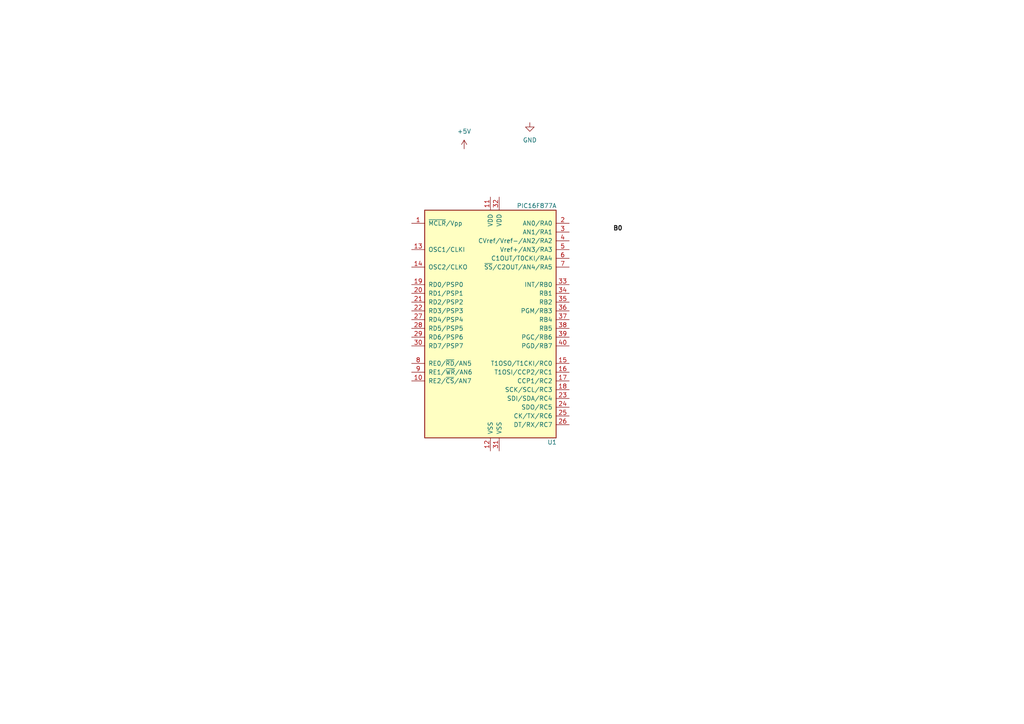
<source format=kicad_sch>
(kicad_sch (version 20230121) (generator eeschema)
  (paper "A4")
  (lib_symbols
    (symbol "MCU_Microchip_PIC16:PIC16F877A-IP" (pin_names (offset 1.016))
      (property "Reference" "U" (at 5.08 35.56 0))
      (property "Value" "PIC16F877A-IP" (at 5.08 33.02 0))
      (symbol "PIC16F877A-IP_0_1"
        (rectangle (start -19.05 31.75) (end 19.05 -34.29) (stroke (width 0.254)) (fill (type background)))
      )
      (symbol "PIC16F877A-IP_1_1"
        (pin input line (at -22.86 27.94 0) (length 3.81) (name "~{MCLR}/Vpp") (number "1"))
        (pin bidirectional line (at -22.86 -17.78 0) (length 3.81) (name "RE2/~{CS}/AN7") (number "10"))
        (pin power_in line (at 0 35.56 270) (length 3.81) (name "VDD") (number "11"))
        (pin power_in line (at 0 -38.1 90) (length 3.81) (name "VSS") (number "12"))
        (pin input line (at -22.86 20.32 0) (length 3.81) (name "OSC1/CLKI") (number "13"))
        (pin output line (at -22.86 15.24 0) (length 3.81) (name "OSC2/CLKO") (number "14"))
        (pin bidirectional line (at 22.86 -12.7 180) (length 3.81) (name "T1OSO/T1CKI/RC0") (number "15"))
        (pin bidirectional line (at 22.86 -15.24 180) (length 3.81) (name "T1OSI/CCP2/RC1") (number "16"))
        (pin bidirectional line (at 22.86 -17.78 180) (length 3.81) (name "CCP1/RC2") (number "17"))
        (pin bidirectional line (at 22.86 -20.32 180) (length 3.81) (name "SCK/SCL/RC3") (number "18"))
        (pin bidirectional line (at -22.86 10.16 0) (length 3.81) (name "RD0/PSP0") (number "19"))
        (pin bidirectional line (at 22.86 27.94 180) (length 3.81) (name "AN0/RA0") (number "2"))
        (pin bidirectional line (at -22.86 7.62 0) (length 3.81) (name "RD1/PSP1") (number "20"))
        (pin bidirectional line (at -22.86 5.08 0) (length 3.81) (name "RD2/PSP2") (number "21"))
        (pin bidirectional line (at -22.86 2.54 0) (length 3.81) (name "RD3/PSP3") (number "22"))
        (pin bidirectional line (at 22.86 -22.86 180) (length 3.81) (name "SDI/SDA/RC4") (number "23"))
        (pin bidirectional line (at 22.86 -25.4 180) (length 3.81) (name "SDO/RC5") (number "24"))
        (pin bidirectional line (at 22.86 -27.94 180) (length 3.81) (name "CK/TX/RC6") (number "25"))
        (pin bidirectional line (at 22.86 -30.48 180) (length 3.81) (name "DT/RX/RC7") (number "26"))
        (pin bidirectional line (at -22.86 0 0) (length 3.81) (name "RD4/PSP4") (number "27"))
        (pin bidirectional line (at -22.86 -2.54 0) (length 3.81) (name "RD5/PSP5") (number "28"))
        (pin bidirectional line (at -22.86 -5.08 0) (length 3.81) (name "RD6/PSP6") (number "29"))
        (pin bidirectional line (at 22.86 25.4 180) (length 3.81) (name "AN1/RA1") (number "3"))
        (pin bidirectional line (at -22.86 -7.62 0) (length 3.81) (name "RD7/PSP7") (number "30"))
        (pin power_in line (at 2.54 -38.1 90) (length 3.81) (name "VSS") (number "31"))
        (pin power_in line (at 2.54 35.56 270) (length 3.81) (name "VDD") (number "32"))
        (pin bidirectional line (at 22.86 10.16 180) (length 3.81) (name "INT/RB0") (number "33"))
        (pin bidirectional line (at 22.86 7.62 180) (length 3.81) (name "RB1") (number "34"))
        (pin bidirectional line (at 22.86 5.08 180) (length 3.81) (name "RB2") (number "35"))
        (pin bidirectional line (at 22.86 2.54 180) (length 3.81) (name "PGM/RB3") (number "36"))
        (pin bidirectional line (at 22.86 0 180) (length 3.81) (name "RB4") (number "37"))
        (pin bidirectional line (at 22.86 -2.54 180) (length 3.81) (name "RB5") (number "38"))
        (pin bidirectional line (at 22.86 -5.08 180) (length 3.81) (name "PGC/RB6") (number "39"))
        (pin bidirectional line (at 22.86 22.86 180) (length 3.81) (name "CVref/Vref-/AN2/RA2") (number "4"))
        (pin bidirectional line (at 22.86 -7.62 180) (length 3.81) (name "PGD/RB7") (number "40"))
        (pin bidirectional line (at 22.86 20.32 180) (length 3.81) (name "Vref+/AN3/RA3") (number "5"))
        (pin bidirectional line (at 22.86 17.78 180) (length 3.81) (name "C1OUT/T0CKI/RA4") (number "6"))
        (pin bidirectional line (at 22.86 15.24 180) (length 3.81) (name "~{SS}/C2OUT/AN4/RA5") (number "7"))
        (pin bidirectional line (at -22.86 -12.7 0) (length 3.81) (name "RE0/~{RD}/AN5") (number "8"))
        (pin bidirectional line (at -22.86 -15.24 0) (length 3.81) (name "RE1/~{WR}/AN6") (number "9"))
      )
    )
    (symbol "power:+5V" (power) (pin_names (offset 0))
      (property "Value" "+5V" (at 0 3.556 0))
      (symbol "+5V_0_1"
        (polyline (pts (xy -0.762 1.27) (xy 0 2.54)))
        (polyline (pts (xy 0 0) (xy 0 2.54)))
        (polyline (pts (xy 0 2.54) (xy 0.762 1.27)))
      )
      (symbol "+5V_1_1"
        (pin power_in line (at 0 0 90) (length 0) hide (name "+5V") (number "1"))
      )
    )
    (symbol "power:GND" (power) (pin_names (offset 0))
      (property "Value" "GND" (at 0 -3.81 0))
      (symbol "GND_0_1"
        (polyline (pts (xy 0 0) (xy 0 -1.27) (xy 1.27 -1.27) (xy 0 -2.54) (xy -1.27 -1.27) (xy 0 -1.27)))
      )
      (symbol "GND_1_1"
        (pin power_in line (at 0 0 270) (length 0) hide (name "GND") (number "1"))
      )
    )
  )
  (label "B0" (at 177.8 67.31 0) (effects (font (thickness 0.254) bold)))
  (symbol (lib_id "power:+5V") (at 134.62 43.18 0) (unit 1)
    (property "Reference" "#PWR01" (effects hide))
    (property "Value" "+5V" (at 134.62 38.1 0))
  )
  (symbol (lib_id "MCU_Microchip_PIC16:PIC16F877A-IP") (at 142.24 92.71 0) (unit 1)
    (property "Reference" "U1" (at 158.75 128.27 0) (effects (justify left)))
    (property "Value" "PIC16F877A" (at 149.86 59.69 0) (effects (justify left)))
    (property "Datasheet" "http://ww1.microchip.com/downloads/en/DeviceDoc/39582b.pdf" (effects hide))
  )
  (symbol (lib_id "power:GND") (at 153.67 35.56 0) (unit 1)
    (property "Reference" "#PWR02" (effects hide))
    (property "Value" "GND" (at 153.67 40.64 0))
  )
)
</source>
